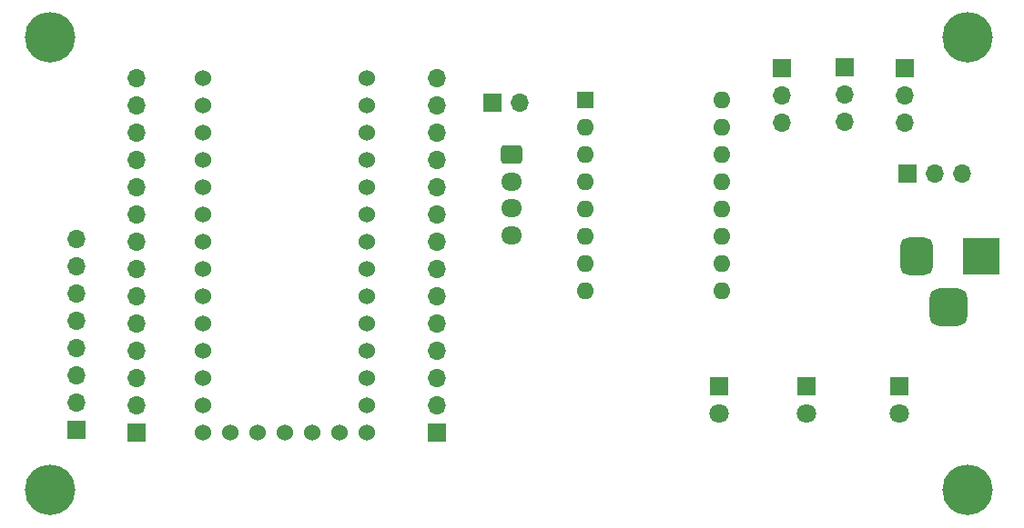
<source format=gbr>
%TF.GenerationSoftware,KiCad,Pcbnew,(6.0.2)*%
%TF.CreationDate,2023-06-01T18:25:34-05:00*%
%TF.ProjectId,MC_Circuit_v2,4d435f43-6972-4637-9569-745f76322e6b,rev?*%
%TF.SameCoordinates,Original*%
%TF.FileFunction,Soldermask,Top*%
%TF.FilePolarity,Negative*%
%FSLAX46Y46*%
G04 Gerber Fmt 4.6, Leading zero omitted, Abs format (unit mm)*
G04 Created by KiCad (PCBNEW (6.0.2)) date 2023-06-01 18:25:34*
%MOMM*%
%LPD*%
G01*
G04 APERTURE LIST*
G04 Aperture macros list*
%AMRoundRect*
0 Rectangle with rounded corners*
0 $1 Rounding radius*
0 $2 $3 $4 $5 $6 $7 $8 $9 X,Y pos of 4 corners*
0 Add a 4 corners polygon primitive as box body*
4,1,4,$2,$3,$4,$5,$6,$7,$8,$9,$2,$3,0*
0 Add four circle primitives for the rounded corners*
1,1,$1+$1,$2,$3*
1,1,$1+$1,$4,$5*
1,1,$1+$1,$6,$7*
1,1,$1+$1,$8,$9*
0 Add four rect primitives between the rounded corners*
20,1,$1+$1,$2,$3,$4,$5,0*
20,1,$1+$1,$4,$5,$6,$7,0*
20,1,$1+$1,$6,$7,$8,$9,0*
20,1,$1+$1,$8,$9,$2,$3,0*%
G04 Aperture macros list end*
%ADD10C,4.700000*%
%ADD11R,1.800000X1.800000*%
%ADD12C,1.800000*%
%ADD13RoundRect,0.250000X-0.725000X0.600000X-0.725000X-0.600000X0.725000X-0.600000X0.725000X0.600000X0*%
%ADD14O,1.950000X1.700000*%
%ADD15R,3.500000X3.500000*%
%ADD16RoundRect,0.750000X-0.750000X-1.000000X0.750000X-1.000000X0.750000X1.000000X-0.750000X1.000000X0*%
%ADD17RoundRect,0.875000X-0.875000X-0.875000X0.875000X-0.875000X0.875000X0.875000X-0.875000X0.875000X0*%
%ADD18R,1.700000X1.700000*%
%ADD19O,1.700000X1.700000*%
%ADD20C,1.530000*%
%ADD21R,1.600000X1.600000*%
%ADD22O,1.600000X1.600000*%
G04 APERTURE END LIST*
D10*
%TO.C,*%
X187706000Y-69596000D03*
%TD*%
D11*
%TO.C,D2*%
X181356000Y-102108000D03*
D12*
X181356000Y-104648000D03*
%TD*%
D13*
%TO.C,J9*%
X145334000Y-80518000D03*
D14*
X145334000Y-83018000D03*
X145334000Y-85518000D03*
X145334000Y-88018000D03*
%TD*%
D15*
%TO.C,J5*%
X188976000Y-89974500D03*
D16*
X182976000Y-89974500D03*
D17*
X185976000Y-94674500D03*
%TD*%
D18*
%TO.C,J6*%
X181864000Y-72405000D03*
D19*
X181864000Y-74945000D03*
X181864000Y-77485000D03*
%TD*%
D20*
%TO.C,U1*%
X116586000Y-75946000D03*
X116586000Y-78486000D03*
X116586000Y-81026000D03*
X116586000Y-83566000D03*
X121666000Y-106426000D03*
X131826000Y-78486000D03*
X116586000Y-86106000D03*
X116586000Y-88646000D03*
X116586000Y-91186000D03*
X116586000Y-93726000D03*
X116586000Y-96266000D03*
X116586000Y-98806000D03*
X116586000Y-101346000D03*
X116586000Y-103886000D03*
X116586000Y-106426000D03*
X131826000Y-106426000D03*
X131826000Y-103886000D03*
X131826000Y-101346000D03*
X131826000Y-98806000D03*
X131826000Y-96266000D03*
X131826000Y-93726000D03*
X131826000Y-91186000D03*
X131826000Y-88646000D03*
X131826000Y-86106000D03*
X131826000Y-83566000D03*
X131826000Y-81026000D03*
X116586000Y-73406000D03*
X124206000Y-106426000D03*
X131826000Y-75946000D03*
X129286000Y-106426000D03*
X126746000Y-106426000D03*
X119126000Y-106426000D03*
X131826000Y-73406000D03*
%TD*%
D18*
%TO.C,J3*%
X138405000Y-106416000D03*
D19*
X138405000Y-103876000D03*
X138405000Y-101336000D03*
X138405000Y-98796000D03*
X138405000Y-96256000D03*
X138405000Y-93716000D03*
X138405000Y-91176000D03*
X138405000Y-88636000D03*
X138405000Y-86096000D03*
X138405000Y-83556000D03*
X138405000Y-81016000D03*
X138405000Y-78476000D03*
X138405000Y-75936000D03*
X138405000Y-73396000D03*
%TD*%
D10*
%TO.C,REF\u002A\u002A*%
X102362000Y-69596000D03*
%TD*%
D18*
%TO.C,J2*%
X110465000Y-106416000D03*
D19*
X110465000Y-103876000D03*
X110465000Y-101336000D03*
X110465000Y-98796000D03*
X110465000Y-96256000D03*
X110465000Y-93716000D03*
X110465000Y-91176000D03*
X110465000Y-88636000D03*
X110465000Y-86096000D03*
X110465000Y-83556000D03*
X110465000Y-81016000D03*
X110465000Y-78476000D03*
X110465000Y-75936000D03*
X110465000Y-73396000D03*
%TD*%
D18*
%TO.C,J4*%
X143530000Y-75692000D03*
D19*
X146070000Y-75692000D03*
%TD*%
D10*
%TO.C,*%
X187706000Y-111760000D03*
%TD*%
D18*
%TO.C,J7*%
X176276000Y-72390000D03*
D19*
X176276000Y-74930000D03*
X176276000Y-77470000D03*
%TD*%
D21*
%TO.C,A1*%
X152156000Y-75438000D03*
D22*
X152156000Y-77978000D03*
X152156000Y-80518000D03*
X152156000Y-83058000D03*
X152156000Y-85598000D03*
X152156000Y-88138000D03*
X152156000Y-90678000D03*
X152156000Y-93218000D03*
X164856000Y-93218000D03*
X164856000Y-90678000D03*
X164856000Y-88138000D03*
X164856000Y-85598000D03*
X164856000Y-83058000D03*
X164856000Y-80518000D03*
X164856000Y-77978000D03*
X164856000Y-75438000D03*
%TD*%
D18*
%TO.C,SW1*%
X182133000Y-82296000D03*
D19*
X184673000Y-82296000D03*
X187213000Y-82296000D03*
%TD*%
D10*
%TO.C,*%
X102362000Y-111760000D03*
%TD*%
D18*
%TO.C,J8*%
X170434000Y-72405000D03*
D19*
X170434000Y-74945000D03*
X170434000Y-77485000D03*
%TD*%
D11*
%TO.C,D3*%
X164592000Y-102108000D03*
D12*
X164592000Y-104648000D03*
%TD*%
D11*
%TO.C,D1*%
X172720000Y-102113000D03*
D12*
X172720000Y-104653000D03*
%TD*%
D18*
%TO.C,J1*%
X104877000Y-106157000D03*
D19*
X104877000Y-103617000D03*
X104877000Y-101077000D03*
X104877000Y-98537000D03*
X104877000Y-95997000D03*
X104877000Y-93457000D03*
X104877000Y-90917000D03*
X104877000Y-88377000D03*
%TD*%
M02*

</source>
